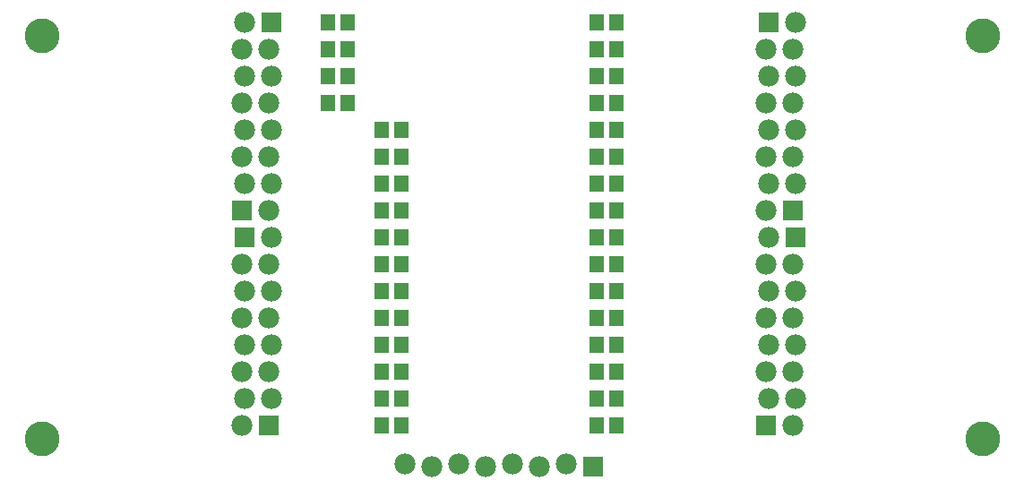
<source format=gbs>
G75*
G70*
%OFA0B0*%
%FSLAX24Y24*%
%IPPOS*%
%LPD*%
%AMOC8*
5,1,8,0,0,1.08239X$1,22.5*
%
%ADD10R,0.0780X0.0780*%
%ADD11C,0.0780*%
%ADD12R,0.0552X0.0631*%
%ADD13C,0.1300*%
D10*
X010420Y002600D03*
X022470Y001050D03*
X028920Y002600D03*
X030020Y009600D03*
X029920Y010600D03*
X029020Y017600D03*
X010520Y017600D03*
X009420Y010600D03*
X009520Y009600D03*
D11*
X010520Y009600D03*
X010420Y008600D03*
X009420Y008600D03*
X009520Y007600D03*
X010520Y007600D03*
X010420Y006600D03*
X009420Y006600D03*
X009520Y005600D03*
X010520Y005600D03*
X010420Y004600D03*
X009420Y004600D03*
X009520Y003600D03*
X010520Y003600D03*
X009420Y002600D03*
X015470Y001150D03*
X016470Y001050D03*
X017470Y001150D03*
X018470Y001050D03*
X019470Y001150D03*
X020470Y001050D03*
X021470Y001150D03*
X029020Y003600D03*
X030020Y003600D03*
X029920Y002600D03*
X029920Y004600D03*
X028920Y004600D03*
X029020Y005600D03*
X030020Y005600D03*
X029920Y006600D03*
X028920Y006600D03*
X029020Y007600D03*
X030020Y007600D03*
X029920Y008600D03*
X028920Y008600D03*
X029020Y009600D03*
X028920Y010600D03*
X029020Y011600D03*
X030020Y011600D03*
X029920Y012600D03*
X028920Y012600D03*
X029020Y013600D03*
X030020Y013600D03*
X029920Y014600D03*
X028920Y014600D03*
X029020Y015600D03*
X030020Y015600D03*
X029920Y016600D03*
X028920Y016600D03*
X030020Y017600D03*
X010520Y015600D03*
X009520Y015600D03*
X009420Y014600D03*
X010420Y014600D03*
X010520Y013600D03*
X009520Y013600D03*
X009420Y012600D03*
X010420Y012600D03*
X010520Y011600D03*
X009520Y011600D03*
X010420Y010600D03*
X010420Y016600D03*
X009420Y016600D03*
X009520Y017600D03*
D12*
X012596Y017600D03*
X013344Y017600D03*
X013344Y016600D03*
X012596Y016600D03*
X012596Y015600D03*
X013344Y015600D03*
X013344Y014600D03*
X012596Y014600D03*
X014596Y013600D03*
X015344Y013600D03*
X015344Y012600D03*
X014596Y012600D03*
X014596Y011600D03*
X015344Y011600D03*
X015344Y010600D03*
X014596Y010600D03*
X014596Y009600D03*
X015344Y009600D03*
X015344Y008600D03*
X014596Y008600D03*
X014596Y007600D03*
X015344Y007600D03*
X015344Y006600D03*
X014596Y006600D03*
X014596Y005600D03*
X015344Y005600D03*
X015344Y004600D03*
X014596Y004600D03*
X014596Y003600D03*
X015344Y003600D03*
X015344Y002600D03*
X014596Y002600D03*
X022596Y002600D03*
X023344Y002600D03*
X023344Y003600D03*
X022596Y003600D03*
X022596Y004600D03*
X023344Y004600D03*
X023344Y005600D03*
X022596Y005600D03*
X022596Y006600D03*
X023344Y006600D03*
X023344Y007600D03*
X022596Y007600D03*
X022596Y008600D03*
X023344Y008600D03*
X023344Y009600D03*
X022596Y009600D03*
X022596Y010600D03*
X023344Y010600D03*
X023344Y011600D03*
X022596Y011600D03*
X022596Y012600D03*
X023344Y012600D03*
X023344Y013600D03*
X022596Y013600D03*
X022596Y014600D03*
X023344Y014600D03*
X023344Y015600D03*
X022596Y015600D03*
X022596Y016600D03*
X023344Y016600D03*
X023344Y017600D03*
X022596Y017600D03*
D13*
X001970Y002100D03*
X001970Y017100D03*
X036970Y017100D03*
X036970Y002100D03*
M02*

</source>
